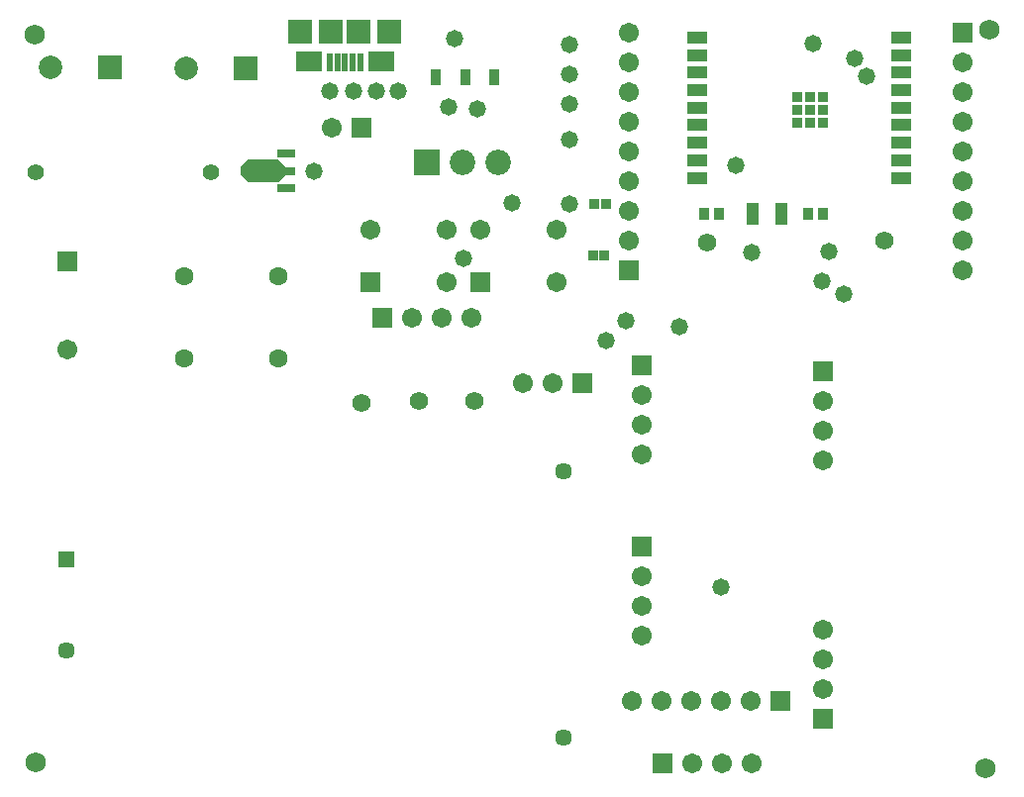
<source format=gts>
G04*
G04 #@! TF.GenerationSoftware,Altium Limited,Altium Designer,20.0.2 (26)*
G04*
G04 Layer_Color=8388736*
%FSLAX25Y25*%
%MOIN*%
G70*
G01*
G75*
%ADD29R,0.04331X0.07480*%
%ADD30R,0.05918X0.03162*%
%ADD31R,0.03950X0.03162*%
%ADD32R,0.02375X0.06115*%
%ADD33R,0.09068X0.07099*%
%ADD34R,0.07887X0.08280*%
%ADD35R,0.08280X0.08280*%
%ADD36R,0.03556X0.05524*%
%ADD37R,0.06706X0.04343*%
%ADD38R,0.03556X0.03556*%
%ADD39R,0.03517X0.03635*%
%ADD40R,0.03517X0.03635*%
%ADD41R,0.03753X0.04147*%
%ADD42R,0.06706X0.06706*%
%ADD43C,0.06706*%
%ADD44C,0.06800*%
%ADD45C,0.06181*%
%ADD46R,0.08536X0.08536*%
%ADD47C,0.08536*%
%ADD48R,0.06706X0.06706*%
%ADD49C,0.05796*%
%ADD50C,0.06737*%
%ADD51R,0.06737X0.06737*%
%ADD52C,0.05709*%
%ADD53R,0.05709X0.05709*%
%ADD54C,0.06312*%
%ADD55C,0.05524*%
%ADD56C,0.07887*%
%ADD57R,0.07887X0.07887*%
%ADD58C,0.05800*%
G36*
X188202Y451441D02*
X188253Y451431D01*
X188303Y451414D01*
X188350Y451391D01*
X188394Y451361D01*
X188433Y451327D01*
X190795Y448965D01*
X190830Y448925D01*
X190859Y448881D01*
X190882Y448835D01*
X190899Y448785D01*
X190909Y448733D01*
X190913Y448681D01*
Y446319D01*
X190909Y446267D01*
X190899Y446215D01*
X190882Y446166D01*
X190859Y446118D01*
X190830Y446075D01*
X190795Y446035D01*
X188433Y443673D01*
X188394Y443639D01*
X188350Y443610D01*
X188303Y443586D01*
X188253Y443570D01*
X188202Y443559D01*
X188150Y443556D01*
X178701D01*
X178648Y443559D01*
X178597Y443570D01*
X178547Y443586D01*
X178500Y443610D01*
X178457Y443639D01*
X178417Y443673D01*
X176055Y446035D01*
X176021Y446075D01*
X175991Y446118D01*
X175968Y446166D01*
X175951Y446215D01*
X175941Y446267D01*
X175938Y446319D01*
Y448681D01*
X175941Y448733D01*
X175951Y448785D01*
X175968Y448835D01*
X175991Y448881D01*
X176021Y448925D01*
X176055Y448965D01*
X178417Y451327D01*
X178457Y451361D01*
X178500Y451391D01*
X178547Y451414D01*
X178597Y451431D01*
X178648Y451441D01*
X178701Y451444D01*
X188150D01*
X188202Y451441D01*
D02*
G37*
D29*
X357921Y433000D02*
D03*
X348079D02*
D03*
D30*
X191102Y441595D02*
D03*
Y453406D02*
D03*
D31*
X192087Y447500D02*
D03*
D32*
X210961Y483968D02*
D03*
X213520D02*
D03*
X208402D02*
D03*
X216079D02*
D03*
X205842D02*
D03*
D33*
X223165Y484461D02*
D03*
X198756D02*
D03*
D34*
X225921Y494500D02*
D03*
X196000D02*
D03*
D35*
X215685D02*
D03*
X206236D02*
D03*
D36*
X261343Y479205D02*
D03*
X251500D02*
D03*
X241657D02*
D03*
D37*
X329441Y492410D02*
D03*
Y486504D02*
D03*
Y480598D02*
D03*
Y474693D02*
D03*
Y468787D02*
D03*
Y462882D02*
D03*
Y456976D02*
D03*
Y451071D02*
D03*
Y445165D02*
D03*
X398339D02*
D03*
Y451071D02*
D03*
Y456976D02*
D03*
Y462882D02*
D03*
Y468787D02*
D03*
Y474693D02*
D03*
Y480598D02*
D03*
Y486504D02*
D03*
Y492410D02*
D03*
D38*
X367669Y468000D02*
D03*
X372000D02*
D03*
Y472331D02*
D03*
X367669D02*
D03*
X363339D02*
D03*
Y468000D02*
D03*
Y463669D02*
D03*
X367669D02*
D03*
X372000D02*
D03*
D39*
X294500Y419000D02*
D03*
X298122D02*
D03*
D40*
X295000Y436500D02*
D03*
X298858D02*
D03*
D41*
X371921Y433000D02*
D03*
X367000D02*
D03*
X332039D02*
D03*
X336961D02*
D03*
D42*
X306500Y414000D02*
D03*
X311000Y321000D02*
D03*
X419000Y494000D02*
D03*
X311000Y382000D02*
D03*
X117500Y417000D02*
D03*
X372000Y380000D02*
D03*
Y263000D02*
D03*
D43*
X306500Y434000D02*
D03*
Y444000D02*
D03*
Y454000D02*
D03*
Y464000D02*
D03*
Y474000D02*
D03*
Y484000D02*
D03*
Y494000D02*
D03*
Y424000D02*
D03*
X311000Y311000D02*
D03*
Y301000D02*
D03*
Y291000D02*
D03*
X419000Y474000D02*
D03*
Y464000D02*
D03*
Y454000D02*
D03*
Y444000D02*
D03*
Y434000D02*
D03*
Y424000D02*
D03*
Y414000D02*
D03*
Y484000D02*
D03*
X311000Y352000D02*
D03*
Y362000D02*
D03*
Y372000D02*
D03*
X206500Y462000D02*
D03*
X253500Y398000D02*
D03*
X243500D02*
D03*
X233500D02*
D03*
X347500Y269000D02*
D03*
X337500D02*
D03*
X327500D02*
D03*
X317500D02*
D03*
X307500D02*
D03*
X348000Y248000D02*
D03*
X338000D02*
D03*
X328000D02*
D03*
X281000Y376000D02*
D03*
X271000D02*
D03*
X117500Y387472D02*
D03*
X372000Y350000D02*
D03*
Y360000D02*
D03*
Y370000D02*
D03*
Y293000D02*
D03*
Y283000D02*
D03*
Y273000D02*
D03*
D44*
X107000Y248500D02*
D03*
X426500Y246500D02*
D03*
X428000Y495000D02*
D03*
X106500Y493500D02*
D03*
D45*
X333000Y423500D02*
D03*
X392500Y424000D02*
D03*
X254500Y370000D02*
D03*
X236000D02*
D03*
X216500Y369500D02*
D03*
D46*
X238531Y450500D02*
D03*
D47*
X250500D02*
D03*
X262469D02*
D03*
D48*
X216500Y462000D02*
D03*
X223500Y398000D02*
D03*
X357500Y269000D02*
D03*
X318000Y248000D02*
D03*
X291000Y376000D02*
D03*
D49*
X286500Y470000D02*
D03*
Y480000D02*
D03*
Y490000D02*
D03*
D50*
X245295Y427858D02*
D03*
X219705D02*
D03*
X245295Y410142D02*
D03*
X282295Y427858D02*
D03*
X256705D02*
D03*
X282295Y410142D02*
D03*
D51*
X219705D02*
D03*
X256705D02*
D03*
D52*
X284661Y256618D02*
D03*
Y346382D02*
D03*
X117339Y286146D02*
D03*
D53*
Y316854D02*
D03*
D54*
X188496Y412059D02*
D03*
Y384500D02*
D03*
X157000D02*
D03*
Y412059D02*
D03*
D55*
X166055Y447000D02*
D03*
X107000D02*
D03*
D56*
X112000Y482500D02*
D03*
X157500Y482000D02*
D03*
D57*
X132000Y482500D02*
D03*
X177500Y482000D02*
D03*
D58*
X386500Y479500D02*
D03*
X382500Y485500D02*
D03*
X368500Y490500D02*
D03*
X305500Y397000D02*
D03*
X337500Y307500D02*
D03*
X371500Y410420D02*
D03*
X379000Y406000D02*
D03*
X373750Y420250D02*
D03*
X348000Y420000D02*
D03*
X299000Y390500D02*
D03*
X286500Y458000D02*
D03*
X267250Y436750D02*
D03*
X286500Y436500D02*
D03*
X246000Y469000D02*
D03*
X251000Y418000D02*
D03*
X342500Y449500D02*
D03*
X323449Y394949D02*
D03*
X248000Y492000D02*
D03*
X255500Y468500D02*
D03*
X200500Y447500D02*
D03*
X229000Y474500D02*
D03*
X221500D02*
D03*
X214000D02*
D03*
X206000D02*
D03*
M02*

</source>
